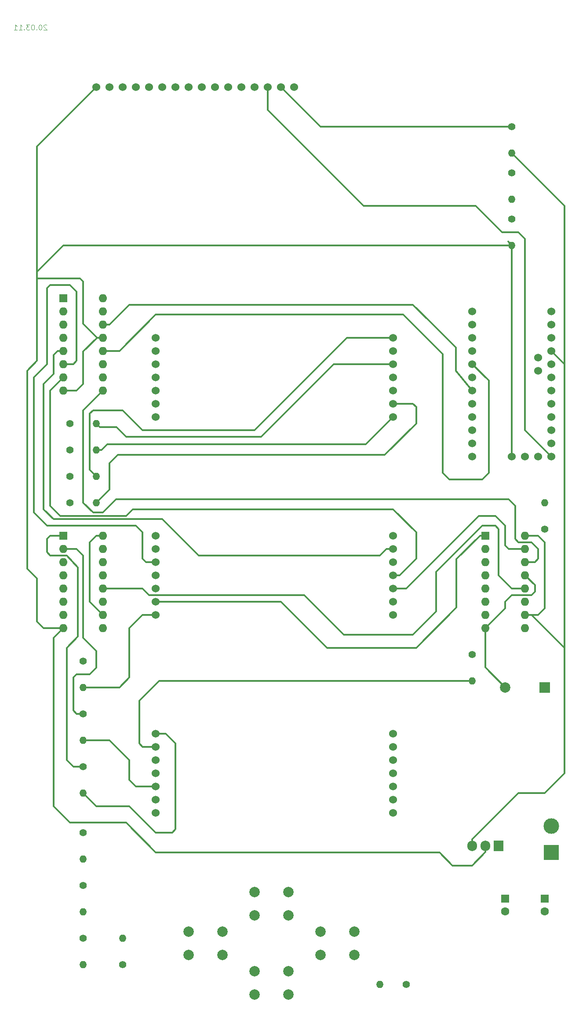
<source format=gbl>
G04 #@! TF.GenerationSoftware,KiCad,Pcbnew,5.1.5-52549c5~84~ubuntu19.10.1*
G04 #@! TF.CreationDate,2020-03-18T22:44:12+01:00*
G04 #@! TF.ProjectId,tetris-board,74657472-6973-42d6-926f-6172642e6b69,rev?*
G04 #@! TF.SameCoordinates,Original*
G04 #@! TF.FileFunction,Copper,L2,Bot*
G04 #@! TF.FilePolarity,Positive*
%FSLAX46Y46*%
G04 Gerber Fmt 4.6, Leading zero omitted, Abs format (unit mm)*
G04 Created by KiCad (PCBNEW 5.1.5-52549c5~84~ubuntu19.10.1) date 2020-03-18 22:44:12*
%MOMM*%
%LPD*%
G04 APERTURE LIST*
%ADD10C,0.100000*%
%ADD11C,1.524000*%
%ADD12O,1.600000X1.600000*%
%ADD13R,1.600000X1.600000*%
%ADD14C,3.000000*%
%ADD15R,3.000000X3.000000*%
%ADD16O,1.905000X2.000000*%
%ADD17R,1.905000X2.000000*%
%ADD18C,1.600000*%
%ADD19C,2.000000*%
%ADD20O,1.400000X1.400000*%
%ADD21C,1.400000*%
%ADD22R,2.000000X2.000000*%
%ADD23C,0.300000*%
G04 APERTURE END LIST*
D10*
X42512857Y-47807619D02*
X42465238Y-47760000D01*
X42370000Y-47712380D01*
X42131904Y-47712380D01*
X42036666Y-47760000D01*
X41989047Y-47807619D01*
X41941428Y-47902857D01*
X41941428Y-47998095D01*
X41989047Y-48140952D01*
X42560476Y-48712380D01*
X41941428Y-48712380D01*
X41322380Y-47712380D02*
X41227142Y-47712380D01*
X41131904Y-47760000D01*
X41084285Y-47807619D01*
X41036666Y-47902857D01*
X40989047Y-48093333D01*
X40989047Y-48331428D01*
X41036666Y-48521904D01*
X41084285Y-48617142D01*
X41131904Y-48664761D01*
X41227142Y-48712380D01*
X41322380Y-48712380D01*
X41417619Y-48664761D01*
X41465238Y-48617142D01*
X41512857Y-48521904D01*
X41560476Y-48331428D01*
X41560476Y-48093333D01*
X41512857Y-47902857D01*
X41465238Y-47807619D01*
X41417619Y-47760000D01*
X41322380Y-47712380D01*
X40560476Y-48617142D02*
X40512857Y-48664761D01*
X40560476Y-48712380D01*
X40608095Y-48664761D01*
X40560476Y-48617142D01*
X40560476Y-48712380D01*
X39893809Y-47712380D02*
X39798571Y-47712380D01*
X39703333Y-47760000D01*
X39655714Y-47807619D01*
X39608095Y-47902857D01*
X39560476Y-48093333D01*
X39560476Y-48331428D01*
X39608095Y-48521904D01*
X39655714Y-48617142D01*
X39703333Y-48664761D01*
X39798571Y-48712380D01*
X39893809Y-48712380D01*
X39989047Y-48664761D01*
X40036666Y-48617142D01*
X40084285Y-48521904D01*
X40131904Y-48331428D01*
X40131904Y-48093333D01*
X40084285Y-47902857D01*
X40036666Y-47807619D01*
X39989047Y-47760000D01*
X39893809Y-47712380D01*
X39227142Y-47712380D02*
X38608095Y-47712380D01*
X38941428Y-48093333D01*
X38798571Y-48093333D01*
X38703333Y-48140952D01*
X38655714Y-48188571D01*
X38608095Y-48283809D01*
X38608095Y-48521904D01*
X38655714Y-48617142D01*
X38703333Y-48664761D01*
X38798571Y-48712380D01*
X39084285Y-48712380D01*
X39179523Y-48664761D01*
X39227142Y-48617142D01*
X38179523Y-48617142D02*
X38131904Y-48664761D01*
X38179523Y-48712380D01*
X38227142Y-48664761D01*
X38179523Y-48617142D01*
X38179523Y-48712380D01*
X37179523Y-48712380D02*
X37750952Y-48712380D01*
X37465238Y-48712380D02*
X37465238Y-47712380D01*
X37560476Y-47855238D01*
X37655714Y-47950476D01*
X37750952Y-47998095D01*
X36227142Y-48712380D02*
X36798571Y-48712380D01*
X36512857Y-48712380D02*
X36512857Y-47712380D01*
X36608095Y-47855238D01*
X36703333Y-47950476D01*
X36798571Y-47998095D01*
D11*
X109220000Y-161290000D03*
X109220000Y-158750000D03*
X109220000Y-156210000D03*
X109220000Y-153670000D03*
X109220000Y-151130000D03*
X109220000Y-148590000D03*
X109220000Y-146050000D03*
X63500000Y-161290000D03*
X63500000Y-158750000D03*
X63500000Y-156210000D03*
X63500000Y-153670000D03*
X63500000Y-151130000D03*
X63500000Y-148590000D03*
X63500000Y-146050000D03*
X137160000Y-111760000D03*
X137160000Y-114300000D03*
X124460000Y-102870000D03*
X124460000Y-105410000D03*
X124460000Y-107950000D03*
X124460000Y-110490000D03*
X124460000Y-113030000D03*
X124460000Y-115570000D03*
X124460000Y-118110000D03*
X124460000Y-120650000D03*
X124460000Y-123190000D03*
X124460000Y-125730000D03*
X124460000Y-128270000D03*
X124460000Y-130810000D03*
X132080000Y-130810000D03*
X134620000Y-130810000D03*
X137160000Y-130810000D03*
X139700000Y-102870000D03*
X139700000Y-105410000D03*
X139700000Y-107950000D03*
X139700000Y-110490000D03*
X139700000Y-113030000D03*
X139700000Y-115570000D03*
X139700000Y-118110000D03*
X139700000Y-120650000D03*
X139700000Y-123190000D03*
X139700000Y-125730000D03*
X139700000Y-128270000D03*
X139700000Y-130810000D03*
X90170000Y-59690000D03*
X87630000Y-59690000D03*
X85090000Y-59690000D03*
X82550000Y-59690000D03*
X80010000Y-59690000D03*
X77470000Y-59690000D03*
X74930000Y-59690000D03*
X72390000Y-59690000D03*
X69850000Y-59690000D03*
X67310000Y-59690000D03*
X64770000Y-59690000D03*
X62230000Y-59690000D03*
X59690000Y-59690000D03*
X57150000Y-59690000D03*
X54610000Y-59690000D03*
X52070000Y-59690000D03*
X109220000Y-199390000D03*
X109220000Y-196850000D03*
X109220000Y-194310000D03*
X109220000Y-191770000D03*
X109220000Y-189230000D03*
X109220000Y-186690000D03*
X109220000Y-184150000D03*
X63500000Y-199390000D03*
X63500000Y-196850000D03*
X63500000Y-194310000D03*
X63500000Y-191770000D03*
X63500000Y-189230000D03*
X63500000Y-186690000D03*
X63500000Y-184150000D03*
D12*
X53340000Y-100330000D03*
X45720000Y-118110000D03*
X53340000Y-102870000D03*
X45720000Y-115570000D03*
X53340000Y-105410000D03*
X45720000Y-113030000D03*
X53340000Y-107950000D03*
X45720000Y-110490000D03*
X53340000Y-110490000D03*
X45720000Y-107950000D03*
X53340000Y-113030000D03*
X45720000Y-105410000D03*
X53340000Y-115570000D03*
X45720000Y-102870000D03*
X53340000Y-118110000D03*
D13*
X45720000Y-100330000D03*
D11*
X109220000Y-123190000D03*
X109220000Y-120650000D03*
X109220000Y-118110000D03*
X109220000Y-115570000D03*
X109220000Y-113030000D03*
X109220000Y-110490000D03*
X109220000Y-107950000D03*
X63500000Y-123190000D03*
X63500000Y-120650000D03*
X63500000Y-118110000D03*
X63500000Y-115570000D03*
X63500000Y-113030000D03*
X63500000Y-110490000D03*
X63500000Y-107950000D03*
D12*
X53340000Y-146050000D03*
X45720000Y-163830000D03*
X53340000Y-148590000D03*
X45720000Y-161290000D03*
X53340000Y-151130000D03*
X45720000Y-158750000D03*
X53340000Y-153670000D03*
X45720000Y-156210000D03*
X53340000Y-156210000D03*
X45720000Y-153670000D03*
X53340000Y-158750000D03*
X45720000Y-151130000D03*
X53340000Y-161290000D03*
X45720000Y-148590000D03*
X53340000Y-163830000D03*
D13*
X45720000Y-146050000D03*
D14*
X139700000Y-201930000D03*
D15*
X139700000Y-207010000D03*
D16*
X124460000Y-205740000D03*
X127000000Y-205740000D03*
D17*
X129540000Y-205740000D03*
D18*
X138430000Y-218400000D03*
D13*
X138430000Y-215900000D03*
D18*
X130810000Y-218400000D03*
D13*
X130810000Y-215900000D03*
D19*
X101750000Y-222250000D03*
X101750000Y-226750000D03*
X95250000Y-222250000D03*
X95250000Y-226750000D03*
X89050000Y-229870000D03*
X89050000Y-234370000D03*
X82550000Y-229870000D03*
X82550000Y-234370000D03*
X89050000Y-214630000D03*
X89050000Y-219130000D03*
X82550000Y-214630000D03*
X82550000Y-219130000D03*
X76350000Y-222250000D03*
X76350000Y-226750000D03*
X69850000Y-222250000D03*
X69850000Y-226750000D03*
D20*
X138430000Y-139700000D03*
D21*
X138430000Y-144780000D03*
D20*
X132080000Y-72390000D03*
D21*
X132080000Y-67310000D03*
D20*
X132080000Y-81280000D03*
D21*
X132080000Y-76200000D03*
D20*
X132080000Y-90170000D03*
D21*
X132080000Y-85090000D03*
D20*
X106680000Y-232410000D03*
D21*
X111760000Y-232410000D03*
D20*
X57150000Y-223520000D03*
D21*
X57150000Y-228600000D03*
D20*
X49530000Y-228600000D03*
D21*
X49530000Y-223520000D03*
D20*
X49530000Y-218440000D03*
D21*
X49530000Y-213360000D03*
D20*
X49530000Y-208280000D03*
D21*
X49530000Y-203200000D03*
D19*
X130830000Y-175260000D03*
D22*
X138430000Y-175260000D03*
D20*
X52070000Y-139700000D03*
D21*
X46990000Y-139700000D03*
D20*
X52070000Y-134620000D03*
D21*
X46990000Y-134620000D03*
D20*
X52070000Y-129540000D03*
D21*
X46990000Y-129540000D03*
D20*
X52070000Y-124460000D03*
D21*
X46990000Y-124460000D03*
D20*
X49530000Y-175260000D03*
D21*
X49530000Y-170180000D03*
D20*
X124460000Y-173990000D03*
D21*
X124460000Y-168910000D03*
D20*
X49530000Y-195580000D03*
D21*
X49530000Y-190500000D03*
D20*
X49530000Y-185420000D03*
D21*
X49530000Y-180340000D03*
D12*
X134620000Y-146050000D03*
X127000000Y-163830000D03*
X134620000Y-148590000D03*
X127000000Y-161290000D03*
X134620000Y-151130000D03*
X127000000Y-158750000D03*
X134620000Y-153670000D03*
X127000000Y-156210000D03*
X134620000Y-156210000D03*
X127000000Y-153670000D03*
X134620000Y-158750000D03*
X127000000Y-151130000D03*
X134620000Y-161290000D03*
X127000000Y-148590000D03*
X134620000Y-163830000D03*
D13*
X127000000Y-146050000D03*
D23*
X111760000Y-156210000D02*
X125730000Y-142240000D01*
X130810000Y-147955000D02*
X131445000Y-148590000D01*
X109220000Y-156210000D02*
X111760000Y-156210000D01*
X131445000Y-148590000D02*
X134620000Y-148590000D01*
X125730000Y-142240000D02*
X128905000Y-142240000D01*
X128905000Y-142240000D02*
X130810000Y-144145000D01*
X130810000Y-144145000D02*
X130810000Y-147955000D01*
X110490000Y-153670000D02*
X109220000Y-153670000D01*
X113665000Y-150495000D02*
X110490000Y-153670000D01*
X113665000Y-145415000D02*
X113665000Y-150495000D01*
X59055000Y-140970000D02*
X109220000Y-140970000D01*
X109220000Y-140970000D02*
X113665000Y-145415000D01*
X45720000Y-115570000D02*
X43180000Y-118110000D01*
X43180000Y-140335000D02*
X45085000Y-142240000D01*
X57785000Y-142240000D02*
X59055000Y-140970000D01*
X43180000Y-118110000D02*
X43180000Y-140335000D01*
X45085000Y-142240000D02*
X57785000Y-142240000D01*
X41910000Y-116840000D02*
X41910000Y-140970000D01*
X43180000Y-142240000D02*
X43815000Y-142875000D01*
X41910000Y-140970000D02*
X43815000Y-142875000D01*
X44588630Y-110490000D02*
X43815000Y-111263630D01*
X45720000Y-110490000D02*
X44588630Y-110490000D01*
X43815000Y-114935000D02*
X41910000Y-116840000D01*
X43815000Y-111263630D02*
X43815000Y-114935000D01*
X106680000Y-149860000D02*
X107950000Y-148590000D01*
X107950000Y-148590000D02*
X109220000Y-148590000D01*
X71755000Y-149860000D02*
X106680000Y-149860000D01*
X64770000Y-142875000D02*
X71755000Y-149860000D01*
X43815000Y-142875000D02*
X64770000Y-142875000D01*
X87630000Y-158750000D02*
X63500000Y-158750000D01*
X96520000Y-167640000D02*
X87630000Y-158750000D01*
X113665000Y-167640000D02*
X96520000Y-167640000D01*
X121395000Y-159910000D02*
X113665000Y-167640000D01*
X121395000Y-150605000D02*
X121395000Y-159910000D01*
X125950000Y-146050000D02*
X121395000Y-150605000D01*
X127000000Y-146050000D02*
X125950000Y-146050000D01*
X61595000Y-151130000D02*
X63500000Y-151130000D01*
X59690000Y-144145000D02*
X60960000Y-145415000D01*
X48260000Y-99060000D02*
X46990000Y-97790000D01*
X40005000Y-141605000D02*
X42545000Y-144145000D01*
X47625000Y-113030000D02*
X48260000Y-112395000D01*
X60960000Y-150495000D02*
X61595000Y-151130000D01*
X60960000Y-145415000D02*
X60960000Y-150495000D01*
X46990000Y-97790000D02*
X43180000Y-97790000D01*
X45720000Y-113030000D02*
X47625000Y-113030000D01*
X42545000Y-98425000D02*
X42545000Y-113030000D01*
X43180000Y-97790000D02*
X42545000Y-98425000D01*
X42545000Y-144145000D02*
X59690000Y-144145000D01*
X48260000Y-112395000D02*
X48260000Y-99060000D01*
X42545000Y-113030000D02*
X40005000Y-115570000D01*
X40005000Y-115570000D02*
X40005000Y-141605000D01*
X136525000Y-151130000D02*
X134620000Y-151130000D01*
X137160000Y-150495000D02*
X136525000Y-151130000D01*
X53340000Y-141605000D02*
X55880000Y-139065000D01*
X53340000Y-118110000D02*
X49530000Y-121920000D01*
X132715000Y-140335000D02*
X132715000Y-146685000D01*
X51435000Y-141605000D02*
X53340000Y-141605000D01*
X49530000Y-121920000D02*
X49530000Y-139700000D01*
X137160000Y-148590000D02*
X137160000Y-150495000D01*
X49530000Y-139700000D02*
X51435000Y-141605000D01*
X55880000Y-139065000D02*
X131445000Y-139065000D01*
X132715000Y-146685000D02*
X133350000Y-147320000D01*
X133350000Y-147320000D02*
X135890000Y-147320000D01*
X131445000Y-139065000D02*
X132715000Y-140335000D01*
X135890000Y-147320000D02*
X137160000Y-148590000D01*
X49530000Y-185420000D02*
X54610000Y-185420000D01*
X58420000Y-189230000D02*
X58420000Y-193040000D01*
X54610000Y-185420000D02*
X58420000Y-189230000D01*
X59690000Y-194310000D02*
X63500000Y-194310000D01*
X58420000Y-193040000D02*
X59690000Y-194310000D01*
X48260000Y-180340000D02*
X49530000Y-180340000D01*
X47625000Y-179705000D02*
X48260000Y-180340000D01*
X48260000Y-172720000D02*
X47625000Y-173355000D01*
X47625000Y-173355000D02*
X47625000Y-179705000D01*
X48260000Y-148590000D02*
X49530000Y-149860000D01*
X49530000Y-149860000D02*
X49530000Y-165735000D01*
X49530000Y-165735000D02*
X52070000Y-168275000D01*
X45720000Y-148590000D02*
X48260000Y-148590000D01*
X50800000Y-172720000D02*
X52070000Y-171450000D01*
X52070000Y-168275000D02*
X52070000Y-171450000D01*
X50800000Y-172720000D02*
X48260000Y-172720000D01*
X52070000Y-198120000D02*
X49530000Y-195580000D01*
X58420000Y-198120000D02*
X52070000Y-198120000D01*
X63500000Y-203200000D02*
X58420000Y-198120000D01*
X67310000Y-186055000D02*
X67310000Y-202565000D01*
X65405000Y-184150000D02*
X67310000Y-186055000D01*
X66675000Y-203200000D02*
X63500000Y-203200000D01*
X63500000Y-184150000D02*
X65405000Y-184150000D01*
X67310000Y-202565000D02*
X66675000Y-203200000D01*
X48496559Y-165498441D02*
X46355000Y-167640000D01*
X48496559Y-152163441D02*
X48496559Y-165498441D01*
X47625000Y-190500000D02*
X49530000Y-190500000D01*
X46355000Y-189230000D02*
X47625000Y-190500000D01*
X46355000Y-149860000D02*
X48496559Y-152163441D01*
X43180000Y-146050000D02*
X42545000Y-146685000D01*
X43180000Y-149860000D02*
X46355000Y-149860000D01*
X46355000Y-167640000D02*
X46355000Y-189230000D01*
X45720000Y-146050000D02*
X43180000Y-146050000D01*
X42545000Y-146685000D02*
X42545000Y-149225000D01*
X42545000Y-149225000D02*
X43180000Y-149860000D01*
X60325000Y-186055000D02*
X60960000Y-186690000D01*
X60960000Y-186690000D02*
X63500000Y-186690000D01*
X60325000Y-177800000D02*
X60325000Y-186055000D01*
X124460000Y-173990000D02*
X64135000Y-173990000D01*
X64135000Y-173990000D02*
X60325000Y-177800000D01*
X58420000Y-163830000D02*
X58420000Y-173355000D01*
X56515000Y-175260000D02*
X49530000Y-175260000D01*
X58420000Y-173355000D02*
X56515000Y-175260000D01*
X63500000Y-161290000D02*
X60960000Y-161290000D01*
X60960000Y-161290000D02*
X58420000Y-163830000D01*
X109220000Y-113030000D02*
X97790000Y-113030000D01*
X97790000Y-113030000D02*
X83820000Y-127000000D01*
X55944999Y-125159999D02*
X57785000Y-127000000D01*
X52769999Y-125159999D02*
X55944999Y-125159999D01*
X52070000Y-124460000D02*
X52769999Y-125159999D01*
X83820000Y-127000000D02*
X57785000Y-127000000D01*
X52070000Y-129540000D02*
X53059949Y-129540000D01*
X103962526Y-128447474D02*
X105410000Y-127000000D01*
X54152474Y-128447474D02*
X103962526Y-128447474D01*
X53059949Y-129540000D02*
X54152474Y-128447474D01*
X105410000Y-127000000D02*
X109220000Y-123190000D01*
X50800000Y-133350000D02*
X52070000Y-134620000D01*
X50800000Y-122555000D02*
X50800000Y-133350000D01*
X51435000Y-121920000D02*
X50800000Y-122555000D01*
X109220000Y-107950000D02*
X100330000Y-107950000D01*
X100330000Y-107950000D02*
X82550000Y-125730000D01*
X60960000Y-125730000D02*
X57150000Y-121920000D01*
X82550000Y-125730000D02*
X60960000Y-125730000D01*
X57150000Y-121920000D02*
X51435000Y-121920000D01*
X113665000Y-121285000D02*
X113030000Y-120650000D01*
X113665000Y-124460000D02*
X113665000Y-121285000D01*
X113030000Y-120650000D02*
X109220000Y-120650000D01*
X54610000Y-137160000D02*
X54610000Y-132080000D01*
X52070000Y-139700000D02*
X54610000Y-137160000D01*
X107632500Y-130492500D02*
X113665000Y-124460000D01*
X54610000Y-132080000D02*
X56197500Y-130492500D01*
X56197500Y-130492500D02*
X107632500Y-130492500D01*
X142240000Y-115570000D02*
X142240000Y-139700000D01*
X134620000Y-146050000D02*
X137160000Y-146050000D01*
X137160000Y-146050000D02*
X138430000Y-147320000D01*
X138430000Y-147320000D02*
X138430000Y-160020000D01*
X137160000Y-161290000D02*
X134620000Y-161290000D01*
X138430000Y-160020000D02*
X137160000Y-161290000D01*
X142240000Y-113030000D02*
X142240000Y-115570000D01*
X124460000Y-204490000D02*
X124460000Y-205740000D01*
X133370000Y-195580000D02*
X124460000Y-204490000D01*
X139700000Y-110490000D02*
X142240000Y-113030000D01*
X132080000Y-72390000D02*
X142240000Y-82550000D01*
X135890000Y-161290000D02*
X142240000Y-167640000D01*
X142240000Y-153670000D02*
X142240000Y-167640000D01*
X138430000Y-195580000D02*
X133370000Y-195580000D01*
X142240000Y-82550000D02*
X142240000Y-115570000D01*
X134620000Y-161290000D02*
X135890000Y-161290000D01*
X142240000Y-167640000D02*
X142240000Y-191770000D01*
X142240000Y-191770000D02*
X138430000Y-195580000D01*
X142240000Y-139700000D02*
X142240000Y-153670000D01*
X53340000Y-146050000D02*
X52070000Y-146050000D01*
X52070000Y-146050000D02*
X50800000Y-147320000D01*
X50800000Y-158750000D02*
X53340000Y-161290000D01*
X50800000Y-147320000D02*
X50800000Y-158750000D01*
X121285000Y-114300000D02*
X124460000Y-118110000D01*
X121285000Y-109855000D02*
X121285000Y-114300000D01*
X113030000Y-101600000D02*
X116205000Y-104775000D01*
X116205000Y-104775000D02*
X121285000Y-109855000D01*
X54610000Y-105410000D02*
X58420000Y-101600000D01*
X53340000Y-105410000D02*
X54610000Y-105410000D01*
X58420000Y-101600000D02*
X113030000Y-101600000D01*
X92075000Y-157480000D02*
X99695000Y-165100000D01*
X62230000Y-157480000D02*
X92075000Y-157480000D01*
X53340000Y-156210000D02*
X60960000Y-156210000D01*
X113030000Y-165100000D02*
X117475000Y-160655000D01*
X60960000Y-156210000D02*
X62230000Y-157480000D01*
X117475000Y-160655000D02*
X117475000Y-153035000D01*
X117475000Y-153035000D02*
X126365000Y-144145000D01*
X99695000Y-165100000D02*
X113030000Y-165100000D01*
X126365000Y-144145000D02*
X128905000Y-144145000D01*
X128905000Y-144145000D02*
X129540000Y-144780000D01*
X129540000Y-144780000D02*
X129540000Y-153670000D01*
X132080000Y-156210000D02*
X134620000Y-156210000D01*
X129540000Y-153670000D02*
X132080000Y-156210000D01*
X127635000Y-116205000D02*
X124460000Y-113030000D01*
X127635000Y-133985000D02*
X127635000Y-116205000D01*
X126365000Y-135255000D02*
X127635000Y-133985000D01*
X120015000Y-135255000D02*
X126365000Y-135255000D01*
X111125000Y-103505000D02*
X118745000Y-111125000D01*
X118745000Y-133985000D02*
X120015000Y-135255000D01*
X53340000Y-110490000D02*
X56515000Y-110490000D01*
X118745000Y-111125000D02*
X118745000Y-133985000D01*
X56515000Y-110490000D02*
X63500000Y-103505000D01*
X63500000Y-103505000D02*
X111125000Y-103505000D01*
X131380001Y-89470001D02*
X132080000Y-90170000D01*
X132080000Y-90170000D02*
X132080000Y-130810000D01*
X127000000Y-171430000D02*
X130830000Y-175260000D01*
X127000000Y-163830000D02*
X127000000Y-171430000D01*
X40640000Y-71120000D02*
X52070000Y-59690000D01*
X45720000Y-90170000D02*
X40640000Y-95250000D01*
X132080000Y-90170000D02*
X45720000Y-90170000D01*
X40640000Y-95250000D02*
X40640000Y-71120000D01*
X127000000Y-206990000D02*
X127000000Y-205740000D01*
X118165010Y-207065010D02*
X120650000Y-209550000D01*
X124440000Y-209550000D02*
X127000000Y-206990000D01*
X63500000Y-207010000D02*
X68580000Y-207010000D01*
X45720000Y-163830000D02*
X43815000Y-165735000D01*
X46990000Y-201295000D02*
X57785000Y-201295000D01*
X68580000Y-207010000D02*
X118165010Y-207065010D01*
X57785000Y-201295000D02*
X63500000Y-207010000D01*
X43815000Y-165735000D02*
X43815000Y-198120000D01*
X120650000Y-209550000D02*
X124440000Y-209550000D01*
X43815000Y-198120000D02*
X46990000Y-201295000D01*
X40640000Y-96520000D02*
X40640000Y-95250000D01*
X41910000Y-163830000D02*
X45720000Y-163830000D01*
X40640000Y-112395000D02*
X38735000Y-114300000D01*
X40640000Y-162560000D02*
X41910000Y-163830000D01*
X40640000Y-154305000D02*
X40640000Y-162560000D01*
X40640000Y-96520000D02*
X40640000Y-112395000D01*
X38735000Y-114300000D02*
X38735000Y-152400000D01*
X38735000Y-152400000D02*
X40640000Y-154305000D01*
X52208630Y-107950000D02*
X49530000Y-105271370D01*
X48895000Y-96520000D02*
X40640000Y-96520000D01*
X49530000Y-97155000D02*
X48895000Y-96520000D01*
X49530000Y-105271370D02*
X49530000Y-97155000D01*
X53340000Y-107950000D02*
X52208630Y-107950000D01*
X48260000Y-118110000D02*
X45720000Y-118110000D01*
X49530000Y-116840000D02*
X48260000Y-118110000D01*
X52208630Y-107950000D02*
X49530000Y-110628630D01*
X49530000Y-110628630D02*
X49530000Y-116840000D01*
X130810000Y-158750000D02*
X130810000Y-160020000D01*
X134620000Y-153670000D02*
X136525000Y-155575000D01*
X132080000Y-157480000D02*
X130810000Y-158750000D01*
X130810000Y-160020000D02*
X127000000Y-163830000D01*
X136525000Y-155575000D02*
X136525000Y-156845000D01*
X136525000Y-156845000D02*
X135890000Y-157480000D01*
X135890000Y-157480000D02*
X132080000Y-157480000D01*
X95250000Y-67310000D02*
X87630000Y-59690000D01*
X132080000Y-67310000D02*
X95250000Y-67310000D01*
X85090000Y-64135000D02*
X85090000Y-59690000D01*
X125095000Y-82550000D02*
X103505000Y-82550000D01*
X134620000Y-125730000D02*
X134620000Y-88900000D01*
X133350000Y-87630000D02*
X130175000Y-87630000D01*
X130175000Y-87630000D02*
X125095000Y-82550000D01*
X103505000Y-82550000D02*
X85090000Y-64135000D01*
X139700000Y-130810000D02*
X134620000Y-125730000D01*
X134620000Y-88900000D02*
X133350000Y-87630000D01*
M02*

</source>
